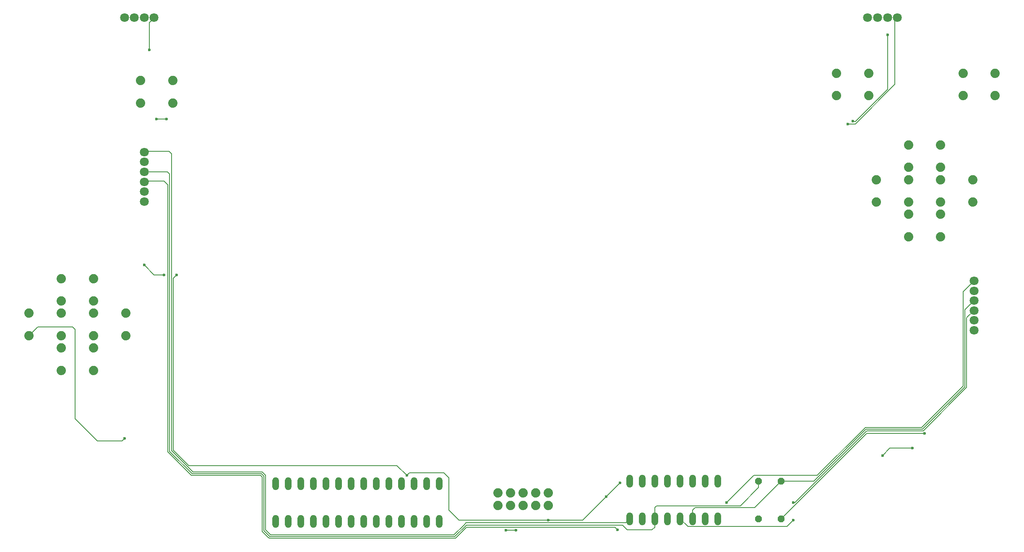
<source format=gbl>
G04 #@! TF.GenerationSoftware,KiCad,Pcbnew,8.0.8*
G04 #@! TF.CreationDate,2025-02-09T13:36:34-06:00*
G04 #@! TF.ProjectId,gamepad,67616d65-7061-4642-9e6b-696361645f70,3*
G04 #@! TF.SameCoordinates,Original*
G04 #@! TF.FileFunction,Copper,L2,Bot*
G04 #@! TF.FilePolarity,Positive*
%FSLAX46Y46*%
G04 Gerber Fmt 4.6, Leading zero omitted, Abs format (unit mm)*
G04 Created by KiCad (PCBNEW 8.0.8) date 2025-02-09 13:36:34*
%MOMM*%
%LPD*%
G01*
G04 APERTURE LIST*
G04 Aperture macros list*
%AMOutline5P*
0 Free polygon, 5 corners , with rotation*
0 The origin of the aperture is its center*
0 number of corners: always 5*
0 $1 to $10 corner X, Y*
0 $11 Rotation angle, in degrees counterclockwise*
0 create outline with 5 corners*
4,1,5,$1,$2,$3,$4,$5,$6,$7,$8,$9,$10,$1,$2,$11*%
%AMOutline6P*
0 Free polygon, 6 corners , with rotation*
0 The origin of the aperture is its center*
0 number of corners: always 6*
0 $1 to $12 corner X, Y*
0 $13 Rotation angle, in degrees counterclockwise*
0 create outline with 6 corners*
4,1,6,$1,$2,$3,$4,$5,$6,$7,$8,$9,$10,$11,$12,$1,$2,$13*%
%AMOutline7P*
0 Free polygon, 7 corners , with rotation*
0 The origin of the aperture is its center*
0 number of corners: always 7*
0 $1 to $14 corner X, Y*
0 $15 Rotation angle, in degrees counterclockwise*
0 create outline with 7 corners*
4,1,7,$1,$2,$3,$4,$5,$6,$7,$8,$9,$10,$11,$12,$13,$14,$1,$2,$15*%
%AMOutline8P*
0 Free polygon, 8 corners , with rotation*
0 The origin of the aperture is its center*
0 number of corners: always 8*
0 $1 to $16 corner X, Y*
0 $17 Rotation angle, in degrees counterclockwise*
0 create outline with 8 corners*
4,1,8,$1,$2,$3,$4,$5,$6,$7,$8,$9,$10,$11,$12,$13,$14,$15,$16,$1,$2,$17*%
G04 Aperture macros list end*
G04 #@! TA.AperFunction,ComponentPad*
%ADD10C,1.879600*%
G04 #@! TD*
G04 #@! TA.AperFunction,ComponentPad*
%ADD11C,1.800000*%
G04 #@! TD*
G04 #@! TA.AperFunction,ComponentPad*
%ADD12O,1.320800X2.641600*%
G04 #@! TD*
G04 #@! TA.AperFunction,ComponentPad*
%ADD13Outline8P,-0.660400X0.273547X-0.273547X0.660400X0.273547X0.660400X0.660400X0.273547X0.660400X-0.273547X0.273547X-0.660400X-0.273547X-0.660400X-0.660400X-0.273547X270.000000*%
G04 #@! TD*
G04 #@! TA.AperFunction,ViaPad*
%ADD14C,0.600000*%
G04 #@! TD*
G04 #@! TA.AperFunction,Conductor*
%ADD15C,0.200000*%
G04 #@! TD*
G04 APERTURE END LIST*
D10*
X215248800Y-64239400D03*
X221751200Y-64239400D03*
X215248800Y-68760600D03*
X221751200Y-68760600D03*
X74748800Y-65739400D03*
X81251200Y-65739400D03*
X74748800Y-70260600D03*
X81251200Y-70260600D03*
X240748800Y-64239400D03*
X247251200Y-64239400D03*
X240748800Y-68760600D03*
X247251200Y-68760600D03*
X229748800Y-78739400D03*
X236251200Y-78739400D03*
X229748800Y-83260600D03*
X236251200Y-83260600D03*
X65251200Y-110260600D03*
X58748800Y-110260600D03*
X65251200Y-105739400D03*
X58748800Y-105739400D03*
X223248800Y-85739400D03*
X229751200Y-85739400D03*
X223248800Y-90260600D03*
X229751200Y-90260600D03*
X65251200Y-124260600D03*
X58748800Y-124260600D03*
X65251200Y-119739400D03*
X58748800Y-119739400D03*
X229748800Y-92739400D03*
X236251200Y-92739400D03*
X229748800Y-97260600D03*
X236251200Y-97260600D03*
D11*
X242975000Y-116175000D03*
X242975000Y-110175000D03*
X242975000Y-114175000D03*
X242975000Y-108175000D03*
X242975000Y-112175000D03*
X242975000Y-106175000D03*
D10*
X58751200Y-117260600D03*
X52248800Y-117260600D03*
X58751200Y-112739400D03*
X52248800Y-112739400D03*
X236248800Y-85739400D03*
X242751200Y-85739400D03*
X236248800Y-90260600D03*
X242751200Y-90260600D03*
D12*
X101990000Y-147190000D03*
X104530000Y-147190000D03*
X107070000Y-147190000D03*
X109610000Y-147190000D03*
X112150000Y-147190000D03*
X114690000Y-147190000D03*
X117230000Y-147190000D03*
X119770000Y-147190000D03*
X122310000Y-147190000D03*
X124850000Y-147190000D03*
X127390000Y-147190000D03*
X129930000Y-147190000D03*
X132470000Y-147190000D03*
X135010000Y-147190000D03*
X135010000Y-154810000D03*
X132470000Y-154810000D03*
X129930000Y-154810000D03*
X127390000Y-154810000D03*
X124850000Y-154810000D03*
X122310000Y-154810000D03*
X119770000Y-154810000D03*
X117230000Y-154810000D03*
X114690000Y-154810000D03*
X112150000Y-154810000D03*
X109610000Y-154810000D03*
X107070000Y-154810000D03*
X104530000Y-154810000D03*
X101990000Y-154810000D03*
D10*
X71751200Y-117260600D03*
X65248800Y-117260600D03*
X71751200Y-112739400D03*
X65248800Y-112739400D03*
D11*
X75475000Y-80175000D03*
X75475000Y-86175000D03*
X75475000Y-82175000D03*
X75475000Y-88175000D03*
X75475000Y-84175000D03*
X75475000Y-90175000D03*
D12*
X173481100Y-154243600D03*
X176021100Y-154243600D03*
X178561100Y-154243600D03*
X181101100Y-154243600D03*
X183641100Y-154243600D03*
X186181100Y-154243600D03*
X188721100Y-154243600D03*
X191261100Y-154243600D03*
X191261100Y-146623600D03*
X188721100Y-146623600D03*
X186181100Y-146623600D03*
X183641100Y-146623600D03*
X181101100Y-146623600D03*
X178561100Y-146623600D03*
X176021100Y-146623600D03*
X173481100Y-146623600D03*
D10*
X146920000Y-149026800D03*
X146920000Y-151566800D03*
X149460000Y-149026800D03*
X149460000Y-151566800D03*
X152000000Y-149026800D03*
X152000000Y-151566800D03*
X154540000Y-149026800D03*
X154540000Y-151566800D03*
X157080000Y-149026800D03*
X157080000Y-151566800D03*
D13*
X199500000Y-146690000D03*
X199500000Y-154310000D03*
D11*
X221500000Y-53000000D03*
X223500000Y-53000000D03*
X227500000Y-53000000D03*
X225500000Y-53000000D03*
D13*
X204000000Y-146690000D03*
X204000000Y-154310000D03*
D11*
X71500000Y-53000000D03*
X73500000Y-53000000D03*
X77500000Y-53000000D03*
X75500000Y-53000000D03*
D14*
X79500000Y-105000000D03*
X82000000Y-105000000D03*
X71500000Y-138000000D03*
X224500000Y-141500000D03*
X230500000Y-140000000D03*
X80000000Y-73500000D03*
X78000000Y-73500000D03*
X217500000Y-74500000D03*
X225500000Y-56500000D03*
X218500000Y-73947600D03*
X171000000Y-156500000D03*
X157080000Y-154500000D03*
X128500000Y-145500000D03*
X75500000Y-103000000D03*
X171500000Y-147000000D03*
X233000000Y-137000000D03*
X168750000Y-149750000D03*
X193000000Y-151000000D03*
X206500000Y-154500000D03*
X206500000Y-151000000D03*
X150500000Y-156552400D03*
X148500000Y-156552400D03*
X76500000Y-59500000D03*
D15*
X227500000Y-53000000D02*
X227500000Y-52500000D01*
X227000000Y-53500000D02*
X227500000Y-53000000D01*
X227000000Y-66500000D02*
X227000000Y-53500000D01*
X219000000Y-74500000D02*
X227000000Y-66500000D01*
X217500000Y-74500000D02*
X219000000Y-74500000D01*
X225500000Y-56500000D02*
X225500000Y-67500000D01*
X218552400Y-74000000D02*
X218500000Y-73947600D01*
X219000000Y-74000000D02*
X218552400Y-74000000D01*
X225500000Y-67500000D02*
X219000000Y-74000000D01*
X76500000Y-54000000D02*
X77500000Y-53000000D01*
X76500000Y-59500000D02*
X76500000Y-54000000D01*
X226000000Y-140000000D02*
X230500000Y-140000000D01*
X224500000Y-141500000D02*
X226000000Y-140000000D01*
X211314896Y-145500000D02*
X198500000Y-145500000D01*
X198500000Y-145500000D02*
X193000000Y-151000000D01*
X221019696Y-135795200D02*
X211314896Y-145500000D01*
X240795200Y-127426852D02*
X232426852Y-135795200D01*
X242975000Y-106175000D02*
X240795200Y-108354800D01*
X240795200Y-108354800D02*
X240795200Y-127426852D01*
X232426852Y-135795200D02*
X221019696Y-135795200D01*
X221165664Y-136147600D02*
X210623264Y-146690000D01*
X210623264Y-146690000D02*
X204000000Y-146690000D01*
X241147600Y-127572820D02*
X232572820Y-136147600D01*
X241147600Y-112002400D02*
X241147600Y-127572820D01*
X242975000Y-110175000D02*
X241147600Y-112002400D01*
X232572820Y-136147600D02*
X221165664Y-136147600D01*
X241500000Y-113650000D02*
X242975000Y-112175000D01*
X232718788Y-136500000D02*
X241500000Y-127718788D01*
X241500000Y-127718788D02*
X241500000Y-113650000D01*
X206811632Y-151000000D02*
X221311632Y-136500000D01*
X206500000Y-151000000D02*
X206811632Y-151000000D01*
X221311632Y-136500000D02*
X232718788Y-136500000D01*
X53500000Y-116009400D02*
X52248800Y-117260600D01*
X53500000Y-116000000D02*
X53500000Y-116009400D01*
X61000000Y-115500000D02*
X54000000Y-115500000D01*
X54000000Y-115500000D02*
X53500000Y-116000000D01*
X61500000Y-134000000D02*
X61500000Y-116000000D01*
X66000000Y-138500000D02*
X61500000Y-134000000D01*
X71500000Y-138000000D02*
X71000000Y-138500000D01*
X71000000Y-138500000D02*
X66000000Y-138500000D01*
X61500000Y-116000000D02*
X61000000Y-115500000D01*
X242975000Y-105675000D02*
X242325000Y-105675000D01*
X77500000Y-105000000D02*
X75500000Y-103000000D01*
X79500000Y-105000000D02*
X77500000Y-105000000D01*
X81352400Y-105647600D02*
X82000000Y-105000000D01*
X84500000Y-143500000D02*
X81352400Y-140352400D01*
X81352400Y-140352400D02*
X81352400Y-105647600D01*
X126500000Y-143500000D02*
X84500000Y-143500000D01*
X128500000Y-145500000D02*
X126500000Y-143500000D01*
X172672300Y-155052400D02*
X173481100Y-154243600D01*
X140001632Y-155500000D02*
X140449232Y-155052400D01*
X138000000Y-157500000D02*
X140000000Y-155500000D01*
X101000000Y-157500000D02*
X138000000Y-157500000D01*
X100000000Y-156500000D02*
X101000000Y-157500000D01*
X99293569Y-144795200D02*
X100000000Y-145501631D01*
X140000000Y-155500000D02*
X140001632Y-155500000D01*
X100000000Y-145501631D02*
X100000000Y-156500000D01*
X85295200Y-144795200D02*
X99293569Y-144795200D01*
X81000000Y-80500000D02*
X81000000Y-140500000D01*
X80500000Y-80000000D02*
X81000000Y-80500000D01*
X81000000Y-140500000D02*
X85295200Y-144795200D01*
X75650000Y-80000000D02*
X80500000Y-80000000D01*
X75475000Y-80175000D02*
X75650000Y-80000000D01*
X140449232Y-155052400D02*
X172672300Y-155052400D01*
X178000000Y-156500000D02*
X178561100Y-155938900D01*
X173000000Y-156500000D02*
X178000000Y-156500000D01*
X172000000Y-155500000D02*
X173000000Y-156500000D01*
X140500000Y-155500000D02*
X172000000Y-155500000D01*
X138147600Y-157852400D02*
X140500000Y-155500000D01*
X100852400Y-157852400D02*
X138147600Y-157852400D01*
X85147600Y-145147600D02*
X99147600Y-145147600D01*
X80609600Y-84609600D02*
X80609600Y-140609600D01*
X178561100Y-155938900D02*
X178561100Y-154243600D01*
X80609600Y-140609600D02*
X85147600Y-145147600D01*
X80175000Y-84175000D02*
X80609600Y-84609600D01*
X99647600Y-145647600D02*
X99647600Y-156647600D01*
X99147600Y-145147600D02*
X99647600Y-145647600D01*
X75475000Y-84175000D02*
X80175000Y-84175000D01*
X99647600Y-156647600D02*
X100852400Y-157852400D01*
X170500000Y-156000000D02*
X171000000Y-156500000D01*
X138295200Y-158204800D02*
X140500000Y-156000000D01*
X100706431Y-158204800D02*
X138295200Y-158204800D01*
X100501631Y-158000000D02*
X100706431Y-158204800D01*
X100500000Y-158000000D02*
X100501631Y-158000000D01*
X99295200Y-156795200D02*
X100500000Y-158000000D01*
X99295200Y-145795200D02*
X99295200Y-156795200D01*
X80257200Y-140757200D02*
X85000000Y-145500000D01*
X79500000Y-86000000D02*
X80257200Y-86757200D01*
X140500000Y-156000000D02*
X170500000Y-156000000D01*
X75650000Y-86000000D02*
X79500000Y-86000000D01*
X99000000Y-145500000D02*
X99295200Y-145795200D01*
X85000000Y-145500000D02*
X99000000Y-145500000D01*
X75475000Y-86175000D02*
X75650000Y-86000000D01*
X80257200Y-86757200D02*
X80257200Y-140757200D01*
X150500000Y-156552400D02*
X148500000Y-156552400D01*
X80000000Y-73500000D02*
X78000000Y-73500000D01*
X195808394Y-151647600D02*
X178913500Y-151647600D01*
X178913500Y-151647600D02*
X178561100Y-152000000D01*
X178561100Y-152000000D02*
X178561100Y-154243600D01*
X199500000Y-146690000D02*
X199500000Y-147955994D01*
X199500000Y-147955994D02*
X195808394Y-151647600D01*
X136000000Y-145000000D02*
X129000000Y-145000000D01*
X137000000Y-152500000D02*
X137000000Y-146000000D01*
X221310000Y-137000000D02*
X204000000Y-154310000D01*
X233000000Y-137000000D02*
X221310000Y-137000000D01*
X139000000Y-154500000D02*
X137000000Y-152500000D01*
X164000000Y-154500000D02*
X157080000Y-154500000D01*
X171500000Y-147000000D02*
X168750000Y-149750000D01*
X137000000Y-146000000D02*
X136000000Y-145000000D01*
X129000000Y-145000000D02*
X128500000Y-145500000D01*
X168750000Y-149750000D02*
X164000000Y-154500000D01*
X157080000Y-154500000D02*
X139000000Y-154500000D01*
X185214300Y-155816800D02*
X205183200Y-155816800D01*
X205183200Y-155816800D02*
X206500000Y-154500000D01*
X183641100Y-154243600D02*
X185214300Y-155816800D01*
X186181100Y-152500000D02*
X186181100Y-154243600D01*
X204000000Y-146690000D02*
X198690000Y-152000000D01*
X198690000Y-152000000D02*
X186681100Y-152000000D01*
X186681100Y-152000000D02*
X186181100Y-152500000D01*
M02*

</source>
